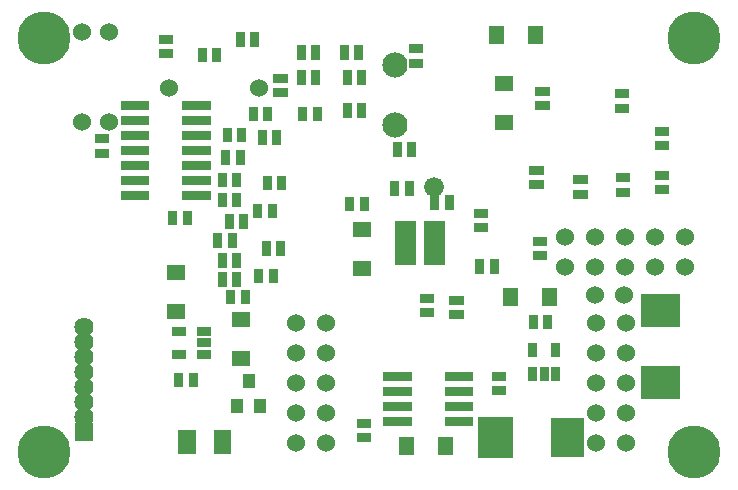
<source format=gbr>
G04 start of page 5 for group -4062 idx -4062
G04 Title: stribog.main_board, soldermask *
G04 Creator: pcb 20070208 *
G04 CreationDate: Sun Apr  6 09:45:45 2008 UTC *
G04 For: dti *
G04 Format: Gerber/RS-274X *
G04 PCB-Dimensions: 236220 157480 *
G04 PCB-Coordinate-Origin: lower left *
%MOIN*%
%FSLAX24Y24*%
%LNBACKMASK*%
%ADD17C,0.0600*%
%ADD18R,0.0400X0.0400*%
%ADD24R,0.0640X0.0640*%
%ADD35R,0.0500X0.0500*%
%ADD40C,0.0660*%
%ADD41C,0.0840*%
%ADD42C,0.0640*%
%ADD43C,0.1772*%
%ADD44R,0.0300X0.0300*%
%ADD45R,0.0700X0.0700*%
%ADD51R,0.1179X0.1179*%
%ADD52R,0.1100X0.1100*%
%ADD53R,0.0572X0.0572*%
G54D40*X13976Y9803D03*
G54D41*X12677Y11889D03*
Y13889D03*
G54D17*X22362Y8149D03*
Y7149D03*
X21362Y8149D03*
Y7149D03*
X20362Y8149D03*
Y7149D03*
X19362Y8149D03*
Y7149D03*
X18362Y8149D03*
Y7149D03*
G54D42*X2322Y5153D03*
Y4653D03*
Y4153D03*
Y3653D03*
Y3153D03*
Y2653D03*
Y2153D03*
G54D24*Y1653D03*
G54D17*X10393Y1259D03*
X9393D03*
X10393Y2259D03*
X9393D03*
X10393Y3259D03*
X9393D03*
X10393Y4259D03*
Y5259D03*
X9393Y4259D03*
Y5259D03*
X20393Y1259D03*
X19393D03*
X20393Y2259D03*
X19393D03*
X20393Y3259D03*
X19393D03*
X20393Y4259D03*
X19393D03*
X20393Y5259D03*
X19393D03*
X19330Y6220D03*
X20315D03*
X2244Y14960D03*
Y11960D03*
X3149Y11968D03*
Y14968D03*
X8149Y13110D03*
X5149D03*
G54D43*X984Y984D03*
Y14763D03*
X22637Y984D03*
Y14763D03*
G54D44*X9563Y13554D02*Y13374D01*
X10043Y13554D02*Y13374D01*
X9602Y12334D02*Y12154D01*
X9563Y14381D02*Y14201D01*
X10082Y12334D02*Y12154D01*
X11578Y12452D02*Y12272D01*
X11098Y12452D02*Y12272D01*
X11460Y14381D02*Y14201D01*
X10980Y14381D02*Y14201D01*
X10043Y14381D02*Y14201D01*
X13295Y13933D02*X13475D01*
X13295Y14413D02*X13475D01*
X13232Y11153D02*Y10973D01*
X12752Y11153D02*Y10973D01*
X11578Y13554D02*Y13374D01*
X11098Y13554D02*Y13374D01*
X20185Y10121D02*X20365D01*
X20185Y9641D02*X20365D01*
X21484Y11657D02*X21664D01*
X21484Y11177D02*X21664D01*
X20146Y12437D02*X20326D01*
X20146Y12917D02*X20326D01*
X21484Y10200D02*X21664D01*
X21484Y9720D02*X21664D01*
X17508Y12995D02*X17688D01*
X17508Y12515D02*X17688D01*
X17311Y10358D02*X17491D01*
G54D35*X16249Y11957D02*X16349D01*
G54D44*X17311Y9878D02*X17491D01*
X17429Y7515D02*X17609D01*
X17429Y7995D02*X17609D01*
X18768Y10043D02*X18948D01*
X18768Y9563D02*X18948D01*
G54D35*X16249Y13257D02*X16349D01*
X16072Y14931D02*Y14831D01*
X17372Y14931D02*Y14831D01*
G54D44*X8421Y10023D02*Y9843D01*
X8263Y11546D02*Y11366D01*
X7995Y14814D02*Y14634D01*
X8901Y10023D02*Y9843D01*
X8743Y11546D02*Y11366D01*
X8768Y12949D02*X8948D01*
X8768Y13429D02*X8948D01*
X8429Y12334D02*Y12154D01*
X7405Y10129D02*Y9949D01*
X6925Y10129D02*Y9949D01*
X5739Y10023D02*X6389D01*
X7043Y10877D02*Y10697D01*
X5739Y11023D02*X6389D01*
X5739Y10523D02*X6389D01*
X7523Y10877D02*Y10697D01*
X7562Y11625D02*Y11445D01*
X3689Y9523D02*X4339D01*
X3689Y10023D02*X4339D01*
X3689Y10523D02*X4339D01*
X3689Y11023D02*X4339D01*
X3689Y11523D02*X4339D01*
X3689Y12023D02*X4339D01*
X3689Y12523D02*X4339D01*
X5739D02*X6389D01*
X5739Y12023D02*X6389D01*
X5739Y11523D02*X6389D01*
X7082Y11625D02*Y11445D01*
X2823Y10941D02*X3003D01*
X2823Y11421D02*X3003D01*
X6256Y14302D02*Y14122D01*
X6736Y14302D02*Y14122D01*
X4949Y14728D02*X5129D01*
X4949Y14248D02*X5129D01*
X7515Y14814D02*Y14634D01*
X7949Y12334D02*Y12154D01*
X7247Y8121D02*Y7941D01*
X6767Y8121D02*Y7941D01*
X6925Y7452D02*Y7272D01*
X7405Y7452D02*Y7272D01*
X5739Y9523D02*X6389D01*
X7200Y6231D02*Y6051D01*
X7680Y6231D02*Y6051D01*
X6925Y6822D02*Y6642D01*
X7405Y6822D02*Y6642D01*
X7161Y8751D02*Y8571D01*
X7641Y8751D02*Y8571D01*
X8106Y9105D02*Y8925D01*
X6925Y9460D02*Y9280D01*
X7405Y9460D02*Y9280D01*
X8625Y6940D02*Y6760D01*
X8586Y9105D02*Y8925D01*
X8382Y7845D02*Y7665D01*
X8862Y7845D02*Y7665D01*
X8145Y6940D02*Y6760D01*
X11657Y9341D02*Y9161D01*
X11177Y9341D02*Y9161D01*
G54D35*X11524Y8396D02*X11624D01*
X11524Y7096D02*X11624D01*
G54D44*X11563Y1453D02*X11743D01*
X11563Y1933D02*X11743D01*
G54D51*X16025Y1556D02*Y1356D01*
G54D52*X18425Y1556D02*Y1356D01*
G54D44*X16051Y3027D02*X16231D01*
X14479Y2005D02*X15129D01*
G54D52*X21435Y3308D02*X21635D01*
G54D44*X14479Y3505D02*X15129D01*
X14479Y3005D02*X15129D01*
X14479Y2505D02*X15129D01*
X16051Y3507D02*X16231D01*
X15508Y7255D02*Y7075D01*
X15988Y7255D02*Y7075D01*
X17759Y5404D02*Y5224D01*
X17279Y5404D02*Y5224D01*
X18045Y4464D02*Y4304D01*
X17265Y4464D02*Y4304D01*
X18045Y3644D02*Y3484D01*
X17655Y3644D02*Y3484D01*
X17265Y3644D02*Y3484D01*
G54D52*X21435Y5708D02*X21635D01*
G54D35*X13060Y1231D02*Y1131D01*
X14360Y1231D02*Y1131D01*
G54D44*X12429Y2005D02*X13079D01*
X12429Y2505D02*X13079D01*
X12429Y3005D02*X13079D01*
X12429Y3505D02*X13079D01*
X13650Y6106D02*X13830D01*
X14634Y6027D02*X14814D01*
G54D35*X16545Y6191D02*Y6091D01*
X17845Y6191D02*Y6091D01*
G54D44*X13650Y5626D02*X13830D01*
X14634Y5547D02*X14814D01*
X15461Y8460D02*X15641D01*
X15461Y8940D02*X15641D01*
G54D45*X13983Y8332D02*Y7572D01*
X13023Y8332D02*Y7572D01*
G54D44*X14012Y9381D02*Y9201D01*
X14492Y9381D02*Y9201D01*
X13153Y9853D02*Y9673D01*
X12673Y9853D02*Y9673D01*
G54D53*X5748Y1417D02*Y1181D01*
X6929Y1417D02*Y1181D01*
G54D35*X7509Y5404D02*X7609D01*
G54D44*X6219Y5000D02*X6379D01*
X6219Y4610D02*X6379D01*
X6219Y4220D02*X6379D01*
G54D35*X7509Y4104D02*X7609D01*
G54D44*X5948Y3475D02*Y3295D01*
X5468Y3475D02*Y3295D01*
G54D18*X8189Y2549D02*Y2489D01*
X7409Y2549D02*Y2489D01*
X7799Y3369D02*Y3309D01*
G54D44*X5271Y8869D02*Y8689D01*
X5751Y8869D02*Y8689D01*
X5399Y5000D02*X5559D01*
G54D35*X5343Y6958D02*X5443D01*
X5343Y5658D02*X5443D01*
G54D44*X5399Y4220D02*X5559D01*
M02*

</source>
